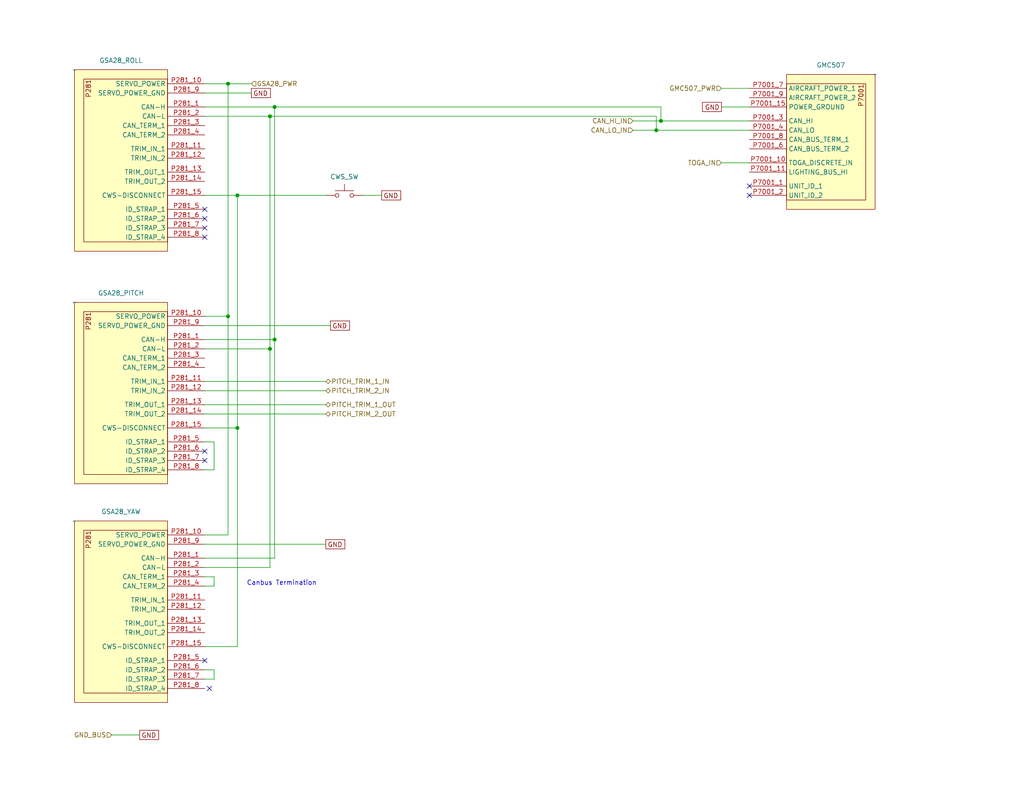
<source format=kicad_sch>
(kicad_sch (version 20230121) (generator eeschema)
  (paper "USLetter")
  (title_block (title "Autopilot") (date "2024-02-13") (rev "0.91") (company "N915SN Angry Bird"))
  (lib_symbols
    (symbol "Switch:SW_Push" (pin_numbers hide) (pin_names (offset 1.016) hide)
      (property "Reference" "SW" (at 1.27 2.54 0))
      (property "Value" "SW_Push" (at 0 -1.524 0))
      (symbol "SW_Push_0_1"
        (circle (center -2.032 0) (radius 0.508))
        (polyline (pts (xy 0 1.27) (xy 0 3.048)))
        (polyline (pts (xy 2.54 1.27) (xy -2.54 1.27)))
        (circle (center 2.032 0) (radius 0.508))
        (pin passive line (at -5.08 0 0) (length 2.54) (name "1") (number "1"))
        (pin passive line (at 5.08 0 180) (length 2.54) (name "2") (number "2"))
      )
    )
    (symbol "flyerx:Garmin_GMC507"
      (property "Reference" "GMC" (at 3.81 1.27 0))
      (symbol "Garmin_GMC507_1_1"
        (rectangle (start 0 0) (end 24.13 -36.83) (fill (type background)))
        (rectangle (start 2.54 -2.54) (end 24.13 -34.29) (fill (type background)))
        (text "P7001" (at 3.81 -2.54 900) (effects (font (size 1.27 1.27)) (justify right)))
        (pin bidirectional line (at 34.29 -30.48 180) (length 10.16) (name "UNIT_ID_1") (number "P7001_1"))
        (pin bidirectional line (at 34.29 -24.13 180) (length 10.16) (name "TOGA_DISCRETE_IN") (number "P7001_10"))
        (pin bidirectional line (at 34.29 -26.67 180) (length 10.16) (name "LIGHTING_BUS_HI") (number "P7001_11"))
        (pin passive line (at 34.29 -8.89 180) (length 10.16) (name "POWER_GROUND") (number "P7001_15"))
        (pin bidirectional line (at 34.29 -33.02 180) (length 10.16) (name "UNIT_ID_2") (number "P7001_2"))
        (pin bidirectional line (at 34.29 -12.7 180) (length 10.16) (name "CAN_HI") (number "P7001_3"))
        (pin bidirectional line (at 34.29 -15.24 180) (length 10.16) (name "CAN_LO") (number "P7001_4"))
        (pin bidirectional line (at 34.29 -20.32 180) (length 10.16) (name "CAN_BUS_TERM_2") (number "P7001_6"))
        (pin power_in line (at 34.29 -3.81 180) (length 10.16) (name "AIRCRAFT_POWER_1") (number "P7001_7"))
        (pin bidirectional line (at 34.29 -17.78 180) (length 10.16) (name "CAN_BUS_TERM_1") (number "P7001_8"))
        (pin power_in line (at 34.29 -6.35 180) (length 10.16) (name "AIRCRAFT_POWER_2") (number "P7001_9"))
      )
    )
    (symbol "flyerx:Garmin_GSA28"
      (property "Reference" "GSA" (at 3.81 1.27 0))
      (symbol "Garmin_GSA28_1_1"
        (rectangle (start 0 0) (end 25.4 -49.53) (fill (type background)))
        (rectangle (start 2.54 -2.54) (end 25.4 -46.99) (fill (type background)))
        (text "P281" (at 3.81 -2.54 900) (effects (font (size 1.27 1.27)) (justify right)))
        (pin bidirectional line (at 35.56 -10.16 180) (length 10.16) (name "CAN-H") (number "P281_1"))
        (pin power_in line (at 35.56 -3.81 180) (length 10.16) (name "SERVO_POWER") (number "P281_10"))
        (pin power_in line (at 35.56 -21.59 180) (length 10.16) (name "TRIM_IN_1") (number "P281_11"))
        (pin power_in line (at 35.56 -24.13 180) (length 10.16) (name "TRIM_IN_2") (number "P281_12"))
        (pin power_out line (at 35.56 -27.94 180) (length 10.16) (name "TRIM_OUT_1") (number "P281_13"))
        (pin power_out line (at 35.56 -30.48 180) (length 10.16) (name "TRIM_OUT_2") (number "P281_14"))
        (pin bidirectional line (at 35.56 -34.29 180) (length 10.16) (name "CWS-DISCONNECT") (number "P281_15"))
        (pin bidirectional line (at 35.56 -12.7 180) (length 10.16) (name "CAN-L") (number "P281_2"))
        (pin bidirectional line (at 35.56 -15.24 180) (length 10.16) (name "CAN_TERM_1") (number "P281_3"))
        (pin bidirectional line (at 35.56 -17.78 180) (length 10.16) (name "CAN_TERM_2") (number "P281_4"))
        (pin bidirectional line (at 35.56 -38.1 180) (length 10.16) (name "ID_STRAP_1") (number "P281_5"))
        (pin bidirectional line (at 35.56 -40.64 180) (length 10.16) (name "ID_STRAP_2") (number "P281_6"))
        (pin bidirectional line (at 35.56 -43.18 180) (length 10.16) (name "ID_STRAP_3") (number "P281_7"))
        (pin bidirectional line (at 35.56 -45.72 180) (length 10.16) (name "ID_STRAP_4") (number "P281_8"))
        (pin passive line (at 35.56 -6.35 180) (length 10.16) (name "SERVO_POWER_GND") (number "P281_9"))
      )
    )
  )
  (junction (at 62.23 86.36))
  (junction (at 180.34 33.02))
  (junction (at 62.23 22.86))
  (junction (at 74.93 92.71))
  (junction (at 73.66 95.25))
  (junction (at 64.77 116.84))
  (junction (at 74.93 29.21))
  (junction (at 73.66 31.75))
  (junction (at 64.77 53.34))
  (junction (at 179.07 35.56))
  (no_connect (at 204.47 53.34))
  (no_connect (at 55.88 62.23))
  (no_connect (at 55.88 59.69))
  (no_connect (at 204.47 50.8))
  (no_connect (at 55.88 123.19))
  (no_connect (at 55.88 64.77))
  (no_connect (at 55.88 57.15))
  (no_connect (at 57.15 187.96))
  (no_connect (at 55.88 180.34))
  (no_connect (at 55.88 125.73))
  (wire (pts (xy 55.88 157.48) (xy 58.42 157.48)))
  (wire (pts (xy 55.88 95.25) (xy 73.66 95.25)))
  (wire (pts (xy 55.88 106.68) (xy 88.9 106.68)))
  (wire (pts (xy 58.42 185.42) (xy 55.88 185.42)))
  (wire (pts (xy 180.34 29.21) (xy 180.34 33.02)))
  (wire (pts (xy 55.88 53.34) (xy 64.77 53.34)))
  (wire (pts (xy 204.47 35.56) (xy 179.07 35.56)))
  (wire (pts (xy 55.88 29.21) (xy 74.93 29.21)))
  (wire (pts (xy 58.42 160.02) (xy 55.88 160.02)))
  (wire (pts (xy 58.42 182.88) (xy 58.42 185.42)))
  (wire (pts (xy 58.42 157.48) (xy 58.42 160.02)))
  (wire (pts (xy 55.88 152.4) (xy 74.93 152.4)))
  (wire (pts (xy 55.88 104.14) (xy 88.9 104.14)))
  (wire (pts (xy 74.93 29.21) (xy 180.34 29.21)))
  (wire (pts (xy 204.47 24.13) (xy 196.85 24.13)))
  (wire (pts (xy 179.07 31.75) (xy 179.07 35.56)))
  (wire (pts (xy 55.88 176.53) (xy 64.77 176.53)))
  (wire (pts (xy 73.66 31.75) (xy 73.66 95.25)))
  (wire (pts (xy 55.88 113.03) (xy 88.9 113.03)))
  (wire (pts (xy 55.88 31.75) (xy 73.66 31.75)))
  (wire (pts (xy 55.88 146.05) (xy 62.23 146.05)))
  (wire (pts (xy 64.77 176.53) (xy 64.77 116.84)))
  (wire (pts (xy 55.88 25.4) (xy 68.58 25.4)))
  (wire (pts (xy 74.93 29.21) (xy 74.93 92.71)))
  (wire (pts (xy 180.34 33.02) (xy 172.72 33.02)))
  (wire (pts (xy 99.06 53.34) (xy 104.14 53.34)))
  (wire (pts (xy 73.66 154.94) (xy 55.88 154.94)))
  (wire (pts (xy 180.34 33.02) (xy 204.47 33.02)))
  (wire (pts (xy 55.88 92.71) (xy 74.93 92.71)))
  (wire (pts (xy 62.23 22.86) (xy 68.58 22.86)))
  (wire (pts (xy 64.77 116.84) (xy 64.77 53.34)))
  (wire (pts (xy 55.88 22.86) (xy 62.23 22.86)))
  (wire (pts (xy 196.85 29.21) (xy 204.47 29.21)))
  (wire (pts (xy 55.88 110.49) (xy 88.9 110.49)))
  (wire (pts (xy 64.77 53.34) (xy 88.9 53.34)))
  (wire (pts (xy 30.48 200.66) (xy 38.1 200.66)))
  (wire (pts (xy 196.85 44.45) (xy 204.47 44.45)))
  (wire (pts (xy 74.93 152.4) (xy 74.93 92.71)))
  (wire (pts (xy 58.42 128.27) (xy 55.88 128.27)))
  (wire (pts (xy 55.88 148.59) (xy 88.9 148.59)))
  (wire (pts (xy 179.07 35.56) (xy 172.72 35.56)))
  (wire (pts (xy 62.23 86.36) (xy 62.23 22.86)))
  (wire (pts (xy 55.88 86.36) (xy 62.23 86.36)))
  (wire (pts (xy 62.23 146.05) (xy 62.23 86.36)))
  (wire (pts (xy 55.88 120.65) (xy 58.42 120.65)))
  (wire (pts (xy 73.66 31.75) (xy 179.07 31.75)))
  (wire (pts (xy 55.88 182.88) (xy 58.42 182.88)))
  (wire (pts (xy 55.88 116.84) (xy 64.77 116.84)))
  (wire (pts (xy 73.66 95.25) (xy 73.66 154.94)))
  (wire (pts (xy 55.88 88.9) (xy 90.17 88.9)))
  (wire (pts (xy 58.42 120.65) (xy 58.42 128.27)))
  (text "Canbus Termination" (at 67.31 160.02 0) (effects (font (size 1.27 1.27)) (justify left bottom)))
  (global_label "GND" (shape passive) (at 88.9 148.59 0) (property "Intersheetrefs" "${INTERSHEET_REFS}" (effects hide)))
  (global_label "GND" (shape passive) (at 104.14 53.34 0) (property "Intersheetrefs" "${INTERSHEET_REFS}" (effects hide)))
  (global_label "GND" (shape passive) (at 90.17 88.9 0) (property "Intersheetrefs" "${INTERSHEET_REFS}" (effects hide)))
  (global_label "GND" (shape passive) (at 196.85 29.21 180) (property "Intersheetrefs" "${INTERSHEET_REFS}" (effects hide)))
  (global_label "GND" (shape passive) (at 38.1 200.66 0) (property "Intersheetrefs" "${INTERSHEET_REFS}" (effects hide)))
  (global_label "GND" (shape passive) (at 68.58 25.4 0) (property "Intersheetrefs" "${INTERSHEET_REFS}" (effects hide)))
  (hierarchical_label "CAN_HI_IN" (shape input) (at 172.72 33.02 180))
  (hierarchical_label "GMC507_PWR" (shape input) (at 196.85 24.13 180))
  (hierarchical_label "GSA28_PWR" (shape input) (at 68.58 22.86 0))
  (hierarchical_label "PITCH_TRIM_1_IN" (shape bidirectional) (at 88.9 104.14 0))
  (hierarchical_label "CAN_LO_IN" (shape input) (at 172.72 35.56 180))
  (hierarchical_label "PITCH_TRIM_2_IN" (shape bidirectional) (at 88.9 106.68 0))
  (hierarchical_label "TOGA_IN" (shape input) (at 196.85 44.45 180))
  (hierarchical_label "PITCH_TRIM_1_OUT" (shape bidirectional) (at 88.9 110.49 0))
  (hierarchical_label "PITCH_TRIM_2_OUT" (shape bidirectional) (at 88.9 113.03 0))
  (hierarchical_label "GND_BUS" (shape input) (at 30.48 200.66 180))
  (symbol (lib_id "Switch:SW_Push") (at 93.98 53.34 0) (unit 1)
    (property "Reference" "CWS_SW" (at 93.98 48.26 0))
    (property "Value" "SW_Push" (effects hide))
  )
  (symbol (lib_id "flyerx:Garmin_GSA28") (at 20.32 19.05 0) (unit 1)
    (property "Reference" "GSA28_ROLL" (at 33.02 16.51 0))
    (property "Value" "~" (at 20.32 19.05 0))
  )
  (symbol (lib_id "flyerx:Garmin_GSA28") (at 20.32 82.55 0) (unit 1)
    (property "Reference" "GSA28_PITCH" (at 33.02 80.01 0))
    (property "Value" "~" (at 20.32 82.55 0))
  )
  (symbol (lib_id "flyerx:Garmin_GSA28") (at 20.32 142.24 0) (unit 1)
    (property "Reference" "GSA28_YAW" (at 33.02 139.7 0))
    (property "Value" "~" (at 20.32 142.24 0))
  )
  (symbol (lib_id "flyerx:Garmin_GMC507") (at 238.76 20.32 0) (mirror y) (unit 1)
    (property "Reference" "GMC507" (at 226.695 17.78 0))
    (property "Value" "~" (at 238.76 20.32 0))
  )
)
</source>
